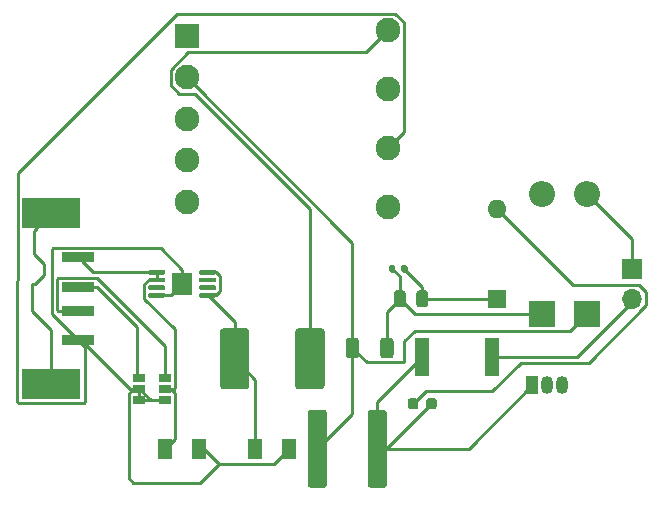
<source format=gbr>
%TF.GenerationSoftware,KiCad,Pcbnew,5.1.9*%
%TF.CreationDate,2021-02-27T11:03:33+05:30*%
%TF.ProjectId,charger,63686172-6765-4722-9e6b-696361645f70,rev?*%
%TF.SameCoordinates,Original*%
%TF.FileFunction,Copper,L1,Top*%
%TF.FilePolarity,Positive*%
%FSLAX46Y46*%
G04 Gerber Fmt 4.6, Leading zero omitted, Abs format (unit mm)*
G04 Created by KiCad (PCBNEW 5.1.9) date 2021-02-27 11:03:33*
%MOMM*%
%LPD*%
G01*
G04 APERTURE LIST*
%TA.AperFunction,ComponentPad*%
%ADD10C,2.095500*%
%TD*%
%TA.AperFunction,ComponentPad*%
%ADD11R,2.095500X2.095500*%
%TD*%
%TA.AperFunction,SMDPad,CuDef*%
%ADD12R,1.250000X1.820000*%
%TD*%
%TA.AperFunction,SMDPad,CuDef*%
%ADD13R,1.680000X1.880000*%
%TD*%
%TA.AperFunction,SMDPad,CuDef*%
%ADD14R,5.000000X2.500000*%
%TD*%
%TA.AperFunction,SMDPad,CuDef*%
%ADD15R,2.800000X0.900000*%
%TD*%
%TA.AperFunction,SMDPad,CuDef*%
%ADD16R,1.260000X3.310000*%
%TD*%
%TA.AperFunction,SMDPad,CuDef*%
%ADD17R,1.060000X0.650000*%
%TD*%
%TA.AperFunction,ComponentPad*%
%ADD18R,1.050000X1.500000*%
%TD*%
%TA.AperFunction,ComponentPad*%
%ADD19O,1.050000X1.500000*%
%TD*%
%TA.AperFunction,ComponentPad*%
%ADD20O,1.700000X1.700000*%
%TD*%
%TA.AperFunction,ComponentPad*%
%ADD21R,1.700000X1.700000*%
%TD*%
%TA.AperFunction,ComponentPad*%
%ADD22O,1.600000X1.600000*%
%TD*%
%TA.AperFunction,ComponentPad*%
%ADD23R,1.600000X1.600000*%
%TD*%
%TA.AperFunction,ComponentPad*%
%ADD24O,2.200000X2.200000*%
%TD*%
%TA.AperFunction,ComponentPad*%
%ADD25R,2.200000X2.200000*%
%TD*%
%TA.AperFunction,Conductor*%
%ADD26C,0.250000*%
%TD*%
G04 APERTURE END LIST*
D10*
%TO.P,T1,6*%
%TO.N,Net-(T1-Pad6)*%
X148196300Y-77355700D03*
%TO.P,T1,7*%
%TO.N,Net-(C4-Pad2)*%
X148196300Y-72351900D03*
%TO.P,T1,8*%
%TO.N,Net-(T1-Pad8)*%
X148196300Y-67348100D03*
%TO.P,T1,9*%
%TO.N,Net-(D4-Pad2)*%
X148196300Y-62344300D03*
%TO.P,T1,5*%
%TO.N,Net-(Q1-Pad3)*%
X131203700Y-76860400D03*
%TO.P,T1,4*%
%TO.N,Net-(C1-Pad2)*%
X131203700Y-73355200D03*
%TO.P,T1,3*%
%TO.N,N/C*%
X131203700Y-69850000D03*
%TO.P,T1,2*%
%TO.N,Net-(C1-Pad1)*%
X131203700Y-66344800D03*
D11*
%TO.P,T1,1*%
%TO.N,Net-(C2-Pad2)*%
X131203700Y-62839600D03*
%TD*%
D12*
%TO.P,C5,2*%
%TO.N,Net-(C4-Pad2)*%
X132240000Y-97790000D03*
%TO.P,C5,1*%
%TO.N,Net-(C5-Pad1)*%
X129380000Y-97790000D03*
%TD*%
D13*
%TO.P,U2,9*%
%TO.N,Net-(C4-Pad2)*%
X130810000Y-83820000D03*
%TO.P,U2,8*%
%TO.N,Net-(C4-Pad1)*%
%TA.AperFunction,SMDPad,CuDef*%
G36*
G01*
X132235000Y-82945000D02*
X132235000Y-82745000D01*
G75*
G02*
X132335000Y-82645000I100000J0D01*
G01*
X133585000Y-82645000D01*
G75*
G02*
X133685000Y-82745000I0J-100000D01*
G01*
X133685000Y-82945000D01*
G75*
G02*
X133585000Y-83045000I-100000J0D01*
G01*
X132335000Y-83045000D01*
G75*
G02*
X132235000Y-82945000I0J100000D01*
G01*
G37*
%TD.AperFunction*%
%TO.P,U2,7*%
%TO.N,Net-(U2-Pad7)*%
%TA.AperFunction,SMDPad,CuDef*%
G36*
G01*
X132235000Y-83595000D02*
X132235000Y-83395000D01*
G75*
G02*
X132335000Y-83295000I100000J0D01*
G01*
X133585000Y-83295000D01*
G75*
G02*
X133685000Y-83395000I0J-100000D01*
G01*
X133685000Y-83595000D01*
G75*
G02*
X133585000Y-83695000I-100000J0D01*
G01*
X132335000Y-83695000D01*
G75*
G02*
X132235000Y-83595000I0J100000D01*
G01*
G37*
%TD.AperFunction*%
%TO.P,U2,6*%
%TO.N,Net-(U2-Pad6)*%
%TA.AperFunction,SMDPad,CuDef*%
G36*
G01*
X132235000Y-84245000D02*
X132235000Y-84045000D01*
G75*
G02*
X132335000Y-83945000I100000J0D01*
G01*
X133585000Y-83945000D01*
G75*
G02*
X133685000Y-84045000I0J-100000D01*
G01*
X133685000Y-84245000D01*
G75*
G02*
X133585000Y-84345000I-100000J0D01*
G01*
X132335000Y-84345000D01*
G75*
G02*
X132235000Y-84245000I0J100000D01*
G01*
G37*
%TD.AperFunction*%
%TO.P,U2,5*%
%TO.N,Net-(C4-Pad1)*%
%TA.AperFunction,SMDPad,CuDef*%
G36*
G01*
X132235000Y-84895000D02*
X132235000Y-84695000D01*
G75*
G02*
X132335000Y-84595000I100000J0D01*
G01*
X133585000Y-84595000D01*
G75*
G02*
X133685000Y-84695000I0J-100000D01*
G01*
X133685000Y-84895000D01*
G75*
G02*
X133585000Y-84995000I-100000J0D01*
G01*
X132335000Y-84995000D01*
G75*
G02*
X132235000Y-84895000I0J100000D01*
G01*
G37*
%TD.AperFunction*%
%TO.P,U2,4*%
%TO.N,Net-(C4-Pad2)*%
%TA.AperFunction,SMDPad,CuDef*%
G36*
G01*
X127935000Y-84895000D02*
X127935000Y-84695000D01*
G75*
G02*
X128035000Y-84595000I100000J0D01*
G01*
X129285000Y-84595000D01*
G75*
G02*
X129385000Y-84695000I0J-100000D01*
G01*
X129385000Y-84895000D01*
G75*
G02*
X129285000Y-84995000I-100000J0D01*
G01*
X128035000Y-84995000D01*
G75*
G02*
X127935000Y-84895000I0J100000D01*
G01*
G37*
%TD.AperFunction*%
%TO.P,U2,3*%
%TO.N,Net-(U2-Pad3)*%
%TA.AperFunction,SMDPad,CuDef*%
G36*
G01*
X127935000Y-84245000D02*
X127935000Y-84045000D01*
G75*
G02*
X128035000Y-83945000I100000J0D01*
G01*
X129285000Y-83945000D01*
G75*
G02*
X129385000Y-84045000I0J-100000D01*
G01*
X129385000Y-84245000D01*
G75*
G02*
X129285000Y-84345000I-100000J0D01*
G01*
X128035000Y-84345000D01*
G75*
G02*
X127935000Y-84245000I0J100000D01*
G01*
G37*
%TD.AperFunction*%
%TO.P,U2,2*%
%TO.N,Net-(C5-Pad1)*%
%TA.AperFunction,SMDPad,CuDef*%
G36*
G01*
X127935000Y-83595000D02*
X127935000Y-83395000D01*
G75*
G02*
X128035000Y-83295000I100000J0D01*
G01*
X129285000Y-83295000D01*
G75*
G02*
X129385000Y-83395000I0J-100000D01*
G01*
X129385000Y-83595000D01*
G75*
G02*
X129285000Y-83695000I-100000J0D01*
G01*
X128035000Y-83695000D01*
G75*
G02*
X127935000Y-83595000I0J100000D01*
G01*
G37*
%TD.AperFunction*%
%TO.P,U2,1*%
%TA.AperFunction,SMDPad,CuDef*%
G36*
G01*
X127935000Y-82945000D02*
X127935000Y-82745000D01*
G75*
G02*
X128035000Y-82645000I100000J0D01*
G01*
X129285000Y-82645000D01*
G75*
G02*
X129385000Y-82745000I0J-100000D01*
G01*
X129385000Y-82945000D01*
G75*
G02*
X129285000Y-83045000I-100000J0D01*
G01*
X128035000Y-83045000D01*
G75*
G02*
X127935000Y-82945000I0J100000D01*
G01*
G37*
%TD.AperFunction*%
%TD*%
D12*
%TO.P,C4,2*%
%TO.N,Net-(C4-Pad2)*%
X139860000Y-97790000D03*
%TO.P,C4,1*%
%TO.N,Net-(C4-Pad1)*%
X137000000Y-97790000D03*
%TD*%
D14*
%TO.P,J1,S2*%
%TO.N,Net-(J1-PadS1)*%
X119710000Y-92340000D03*
%TO.P,J1,S1*%
X119710000Y-77840000D03*
D15*
%TO.P,J1,03*%
%TO.N,Net-(J1-Pad03)*%
X121960000Y-86090000D03*
%TO.P,J1,01*%
%TO.N,Net-(C5-Pad1)*%
X121960000Y-81590000D03*
%TO.P,J1,02*%
%TO.N,Net-(J1-Pad02)*%
X121960000Y-84090000D03*
%TO.P,J1,04*%
%TO.N,Net-(C4-Pad2)*%
X121960000Y-88590000D03*
%TD*%
D16*
%TO.P,R1,2*%
%TO.N,Net-(P1-Pad2)*%
X157031000Y-90046000D03*
%TO.P,R1,1*%
%TO.N,Net-(C1-Pad2)*%
X151081000Y-90046000D03*
%TD*%
D17*
%TO.P,U1,5*%
%TO.N,Net-(C5-Pad1)*%
X129370000Y-92710000D03*
%TO.P,U1,6*%
%TO.N,Net-(J1-Pad03)*%
X129370000Y-91760000D03*
%TO.P,U1,4*%
%TO.N,Net-(C4-Pad2)*%
X129370000Y-93660000D03*
%TO.P,U1,3*%
X127170000Y-93660000D03*
%TO.P,U1,2*%
X127170000Y-92710000D03*
%TO.P,U1,1*%
%TO.N,Net-(J1-Pad02)*%
X127170000Y-91760000D03*
%TD*%
%TO.P,R3,2*%
%TO.N,Net-(C2-Pad1)*%
%TA.AperFunction,SMDPad,CuDef*%
G36*
G01*
X148860000Y-82365000D02*
X148860000Y-82735000D01*
G75*
G02*
X148725000Y-82870000I-135000J0D01*
G01*
X148455000Y-82870000D01*
G75*
G02*
X148320000Y-82735000I0J135000D01*
G01*
X148320000Y-82365000D01*
G75*
G02*
X148455000Y-82230000I135000J0D01*
G01*
X148725000Y-82230000D01*
G75*
G02*
X148860000Y-82365000I0J-135000D01*
G01*
G37*
%TD.AperFunction*%
%TO.P,R3,1*%
%TO.N,Net-(C2-Pad2)*%
%TA.AperFunction,SMDPad,CuDef*%
G36*
G01*
X149880000Y-82365000D02*
X149880000Y-82735000D01*
G75*
G02*
X149745000Y-82870000I-135000J0D01*
G01*
X149475000Y-82870000D01*
G75*
G02*
X149340000Y-82735000I0J135000D01*
G01*
X149340000Y-82365000D01*
G75*
G02*
X149475000Y-82230000I135000J0D01*
G01*
X149745000Y-82230000D01*
G75*
G02*
X149880000Y-82365000I0J-135000D01*
G01*
G37*
%TD.AperFunction*%
%TD*%
%TO.P,R2,2*%
%TO.N,Net-(C2-Pad1)*%
%TA.AperFunction,SMDPad,CuDef*%
G36*
G01*
X147570000Y-89885002D02*
X147570000Y-88634998D01*
G75*
G02*
X147819998Y-88385000I249998J0D01*
G01*
X148445002Y-88385000D01*
G75*
G02*
X148695000Y-88634998I0J-249998D01*
G01*
X148695000Y-89885002D01*
G75*
G02*
X148445002Y-90135000I-249998J0D01*
G01*
X147819998Y-90135000D01*
G75*
G02*
X147570000Y-89885002I0J249998D01*
G01*
G37*
%TD.AperFunction*%
%TO.P,R2,1*%
%TO.N,Net-(C1-Pad1)*%
%TA.AperFunction,SMDPad,CuDef*%
G36*
G01*
X144645000Y-89885002D02*
X144645000Y-88634998D01*
G75*
G02*
X144894998Y-88385000I249998J0D01*
G01*
X145520002Y-88385000D01*
G75*
G02*
X145770000Y-88634998I0J-249998D01*
G01*
X145770000Y-89885002D01*
G75*
G02*
X145520002Y-90135000I-249998J0D01*
G01*
X144894998Y-90135000D01*
G75*
G02*
X144645000Y-89885002I0J249998D01*
G01*
G37*
%TD.AperFunction*%
%TD*%
D18*
%TO.P,Q1,1*%
%TO.N,Net-(C1-Pad2)*%
X160420000Y-92420000D03*
D19*
%TO.P,Q1,3*%
%TO.N,Net-(Q1-Pad3)*%
X162960000Y-92420000D03*
%TO.P,Q1,2*%
%TO.N,Net-(C2-Pad1)*%
X161690000Y-92420000D03*
%TD*%
D20*
%TO.P,P1,2*%
%TO.N,Net-(P1-Pad2)*%
X168910000Y-85090000D03*
D21*
%TO.P,P1,1*%
%TO.N,Net-(D1-Pad2)*%
X168910000Y-82550000D03*
%TD*%
%TO.P,D4,2*%
%TO.N,Net-(D4-Pad2)*%
%TA.AperFunction,SMDPad,CuDef*%
G36*
G01*
X140380000Y-92495001D02*
X140380000Y-87844999D01*
G75*
G02*
X140629999Y-87595000I249999J0D01*
G01*
X142605001Y-87595000D01*
G75*
G02*
X142855000Y-87844999I0J-249999D01*
G01*
X142855000Y-92495001D01*
G75*
G02*
X142605001Y-92745000I-249999J0D01*
G01*
X140629999Y-92745000D01*
G75*
G02*
X140380000Y-92495001I0J249999D01*
G01*
G37*
%TD.AperFunction*%
%TO.P,D4,1*%
%TO.N,Net-(C4-Pad1)*%
%TA.AperFunction,SMDPad,CuDef*%
G36*
G01*
X134005000Y-92495001D02*
X134005000Y-87844999D01*
G75*
G02*
X134254999Y-87595000I249999J0D01*
G01*
X136230001Y-87595000D01*
G75*
G02*
X136480000Y-87844999I0J-249999D01*
G01*
X136480000Y-92495001D01*
G75*
G02*
X136230001Y-92745000I-249999J0D01*
G01*
X134254999Y-92745000D01*
G75*
G02*
X134005000Y-92495001I0J249999D01*
G01*
G37*
%TD.AperFunction*%
%TD*%
D22*
%TO.P,D3,2*%
%TO.N,Net-(C3-Pad1)*%
X157480000Y-77470000D03*
D23*
%TO.P,D3,1*%
%TO.N,Net-(C2-Pad2)*%
X157480000Y-85090000D03*
%TD*%
D24*
%TO.P,D2,2*%
%TO.N,Net-(C3-Pad1)*%
X161290000Y-76200000D03*
D25*
%TO.P,D2,1*%
%TO.N,Net-(C2-Pad1)*%
X161290000Y-86360000D03*
%TD*%
D24*
%TO.P,D1,2*%
%TO.N,Net-(D1-Pad2)*%
X165100000Y-76200000D03*
D25*
%TO.P,D1,1*%
%TO.N,Net-(C1-Pad1)*%
X165100000Y-86360000D03*
%TD*%
%TO.P,C3,2*%
%TO.N,Net-(C1-Pad2)*%
%TA.AperFunction,SMDPad,CuDef*%
G36*
G01*
X151455000Y-94230000D02*
X151455000Y-93730000D01*
G75*
G02*
X151680000Y-93505000I225000J0D01*
G01*
X152130000Y-93505000D01*
G75*
G02*
X152355000Y-93730000I0J-225000D01*
G01*
X152355000Y-94230000D01*
G75*
G02*
X152130000Y-94455000I-225000J0D01*
G01*
X151680000Y-94455000D01*
G75*
G02*
X151455000Y-94230000I0J225000D01*
G01*
G37*
%TD.AperFunction*%
%TO.P,C3,1*%
%TO.N,Net-(C3-Pad1)*%
%TA.AperFunction,SMDPad,CuDef*%
G36*
G01*
X149905000Y-94230000D02*
X149905000Y-93730000D01*
G75*
G02*
X150130000Y-93505000I225000J0D01*
G01*
X150580000Y-93505000D01*
G75*
G02*
X150805000Y-93730000I0J-225000D01*
G01*
X150805000Y-94230000D01*
G75*
G02*
X150580000Y-94455000I-225000J0D01*
G01*
X150130000Y-94455000D01*
G75*
G02*
X149905000Y-94230000I0J225000D01*
G01*
G37*
%TD.AperFunction*%
%TD*%
%TO.P,C2,2*%
%TO.N,Net-(C2-Pad2)*%
%TA.AperFunction,SMDPad,CuDef*%
G36*
G01*
X150630000Y-85565000D02*
X150630000Y-84615000D01*
G75*
G02*
X150880000Y-84365000I250000J0D01*
G01*
X151380000Y-84365000D01*
G75*
G02*
X151630000Y-84615000I0J-250000D01*
G01*
X151630000Y-85565000D01*
G75*
G02*
X151380000Y-85815000I-250000J0D01*
G01*
X150880000Y-85815000D01*
G75*
G02*
X150630000Y-85565000I0J250000D01*
G01*
G37*
%TD.AperFunction*%
%TO.P,C2,1*%
%TO.N,Net-(C2-Pad1)*%
%TA.AperFunction,SMDPad,CuDef*%
G36*
G01*
X148730000Y-85565000D02*
X148730000Y-84615000D01*
G75*
G02*
X148980000Y-84365000I250000J0D01*
G01*
X149480000Y-84365000D01*
G75*
G02*
X149730000Y-84615000I0J-250000D01*
G01*
X149730000Y-85565000D01*
G75*
G02*
X149480000Y-85815000I-250000J0D01*
G01*
X148980000Y-85815000D01*
G75*
G02*
X148730000Y-85565000I0J250000D01*
G01*
G37*
%TD.AperFunction*%
%TD*%
%TO.P,C1,2*%
%TO.N,Net-(C1-Pad2)*%
%TA.AperFunction,SMDPad,CuDef*%
G36*
G01*
X146505000Y-100840002D02*
X146505000Y-94739998D01*
G75*
G02*
X146754998Y-94490000I249998J0D01*
G01*
X147880002Y-94490000D01*
G75*
G02*
X148130000Y-94739998I0J-249998D01*
G01*
X148130000Y-100840002D01*
G75*
G02*
X147880002Y-101090000I-249998J0D01*
G01*
X146754998Y-101090000D01*
G75*
G02*
X146505000Y-100840002I0J249998D01*
G01*
G37*
%TD.AperFunction*%
%TO.P,C1,1*%
%TO.N,Net-(C1-Pad1)*%
%TA.AperFunction,SMDPad,CuDef*%
G36*
G01*
X141430000Y-100840002D02*
X141430000Y-94739998D01*
G75*
G02*
X141679998Y-94490000I249998J0D01*
G01*
X142805002Y-94490000D01*
G75*
G02*
X143055000Y-94739998I0J-249998D01*
G01*
X143055000Y-100840002D01*
G75*
G02*
X142805002Y-101090000I-249998J0D01*
G01*
X141679998Y-101090000D01*
G75*
G02*
X141430000Y-100840002I0J249998D01*
G01*
G37*
%TD.AperFunction*%
%TD*%
D26*
%TO.N,Net-(C1-Pad2)*%
X147317500Y-93809500D02*
X151081000Y-90046000D01*
X147317500Y-97790000D02*
X147317500Y-93809500D01*
X155050000Y-97790000D02*
X160420000Y-92420000D01*
X147317500Y-97790000D02*
X155050000Y-97790000D01*
X148095000Y-97790000D02*
X147317500Y-97790000D01*
X151905000Y-93980000D02*
X148095000Y-97790000D01*
%TO.N,Net-(C1-Pad1)*%
X145207500Y-94825000D02*
X142242500Y-97790000D01*
X145207500Y-89260000D02*
X145207500Y-94825000D01*
X145207500Y-80348600D02*
X131203700Y-66344800D01*
X145207500Y-89260000D02*
X145207500Y-80348600D01*
X146407510Y-90460010D02*
X149569990Y-90460010D01*
X145207500Y-89260000D02*
X146407510Y-90460010D01*
X163674999Y-87785001D02*
X165100000Y-86360000D01*
X150471997Y-87785001D02*
X163674999Y-87785001D01*
X149569990Y-88687008D02*
X150471997Y-87785001D01*
X149569990Y-90460010D02*
X149569990Y-88687008D01*
%TO.N,Net-(C2-Pad2)*%
X151130000Y-84070000D02*
X149610000Y-82550000D01*
X151130000Y-85090000D02*
X151130000Y-84070000D01*
X157480000Y-85090000D02*
X151130000Y-85090000D01*
%TO.N,Net-(C2-Pad1)*%
X148132500Y-86187500D02*
X149230000Y-85090000D01*
X148132500Y-89260000D02*
X148132500Y-86187500D01*
X149230000Y-83190000D02*
X148590000Y-82550000D01*
X149230000Y-85090000D02*
X149230000Y-83190000D01*
X150500000Y-86360000D02*
X149230000Y-85090000D01*
X161290000Y-86360000D02*
X150500000Y-86360000D01*
%TO.N,Net-(C3-Pad1)*%
X151405010Y-92929990D02*
X150355000Y-93980000D01*
X157017012Y-92929990D02*
X151405010Y-92929990D01*
X165242992Y-90496010D02*
X159450992Y-90496010D01*
X170085001Y-85654001D02*
X165242992Y-90496010D01*
X170085001Y-84525999D02*
X170085001Y-85654001D01*
X169474001Y-83914999D02*
X170085001Y-84525999D01*
X163924999Y-83914999D02*
X169474001Y-83914999D01*
X159450992Y-90496010D02*
X157017012Y-92929990D01*
X157480000Y-77470000D02*
X163924999Y-83914999D01*
%TO.N,Net-(C4-Pad2)*%
X126679998Y-92710000D02*
X127170000Y-92710000D01*
X126314999Y-100303189D02*
X126314999Y-93074999D01*
X132322490Y-100660010D02*
X126671820Y-100660010D01*
X126314999Y-93074999D02*
X126679998Y-92710000D01*
X126671820Y-100660010D02*
X126314999Y-100303189D01*
X133922500Y-99060000D02*
X132322490Y-100660010D01*
X122270000Y-88590000D02*
X121960000Y-88590000D01*
X126390000Y-92710000D02*
X122270000Y-88590000D01*
X127170000Y-92710000D02*
X126390000Y-92710000D01*
X149569051Y-61685379D02*
X149569051Y-70979149D01*
X130391249Y-60971549D02*
X148855221Y-60971549D01*
X116884999Y-74477799D02*
X130391249Y-60971549D01*
X116884999Y-83514999D02*
X116884999Y-74477799D01*
X149569051Y-70979149D02*
X148196300Y-72351900D01*
X116949999Y-93915001D02*
X116840000Y-93805002D01*
X122470001Y-93915001D02*
X116949999Y-93915001D01*
X116840000Y-83559998D02*
X116884999Y-83514999D01*
X116840000Y-93805002D02*
X116840000Y-83559998D01*
X122535001Y-93850001D02*
X122470001Y-93915001D01*
X122535001Y-89165001D02*
X122535001Y-93850001D01*
X148855221Y-60971549D02*
X149569051Y-61685379D01*
X121960000Y-88590000D02*
X122535001Y-89165001D01*
X128120000Y-93660000D02*
X129370000Y-93660000D01*
X127170000Y-92710000D02*
X128120000Y-93660000D01*
X129370000Y-93660000D02*
X127170000Y-93660000D01*
X127170000Y-93660000D02*
X127170000Y-92710000D01*
X132652500Y-97790000D02*
X133922500Y-99060000D01*
X132240000Y-97790000D02*
X132652500Y-97790000D01*
X138590000Y-99060000D02*
X139860000Y-97790000D01*
X133922500Y-99060000D02*
X138590000Y-99060000D01*
X119784989Y-86414989D02*
X119784989Y-80875011D01*
X121960000Y-88590000D02*
X119784989Y-86414989D01*
X130810000Y-82630000D02*
X130810000Y-83820000D01*
X128994999Y-80814999D02*
X130810000Y-82630000D01*
X119845001Y-80814999D02*
X128994999Y-80814999D01*
X119784989Y-80875011D02*
X119845001Y-80814999D01*
X129835000Y-84795000D02*
X130810000Y-83820000D01*
X128660000Y-84795000D02*
X129835000Y-84795000D01*
%TO.N,Net-(C4-Pad1)*%
X137000000Y-91927500D02*
X135242500Y-90170000D01*
X137000000Y-97790000D02*
X137000000Y-91927500D01*
X135242500Y-87077500D02*
X132960000Y-84795000D01*
X135242500Y-90170000D02*
X135242500Y-87077500D01*
X133685000Y-82845000D02*
X132960000Y-82845000D01*
X134010010Y-83170010D02*
X133685000Y-82845000D01*
X134010010Y-84469990D02*
X134010010Y-83170010D01*
X133685000Y-84795000D02*
X134010010Y-84469990D01*
X132960000Y-84795000D02*
X133685000Y-84795000D01*
%TO.N,Net-(D1-Pad2)*%
X168910000Y-80010000D02*
X165100000Y-76200000D01*
X168910000Y-82550000D02*
X168910000Y-80010000D01*
%TO.N,Net-(D4-Pad2)*%
X129830949Y-65685879D02*
X131304477Y-64212351D01*
X146328249Y-64212351D02*
X148196300Y-62344300D01*
X130544779Y-67717551D02*
X129830949Y-67003721D01*
X129830949Y-67003721D02*
X129830949Y-65685879D01*
X131862621Y-67717551D02*
X130544779Y-67717551D01*
X141617500Y-77472430D02*
X131862621Y-67717551D01*
X131304477Y-64212351D02*
X146328249Y-64212351D01*
X141617500Y-90170000D02*
X141617500Y-77472430D01*
%TO.N,Net-(P1-Pad2)*%
X168910000Y-85335002D02*
X168910000Y-85090000D01*
X164199002Y-90046000D02*
X168910000Y-85335002D01*
X157031000Y-90046000D02*
X164199002Y-90046000D01*
%TO.N,Net-(J1-PadS1)*%
X119710000Y-92340000D02*
X119010000Y-92340000D01*
X119010000Y-92340000D02*
X118110000Y-91440000D01*
X119710000Y-87746998D02*
X118110000Y-86146998D01*
X119710000Y-92340000D02*
X119710000Y-87746998D01*
X118110000Y-86146998D02*
X118110000Y-83820000D01*
X119085001Y-82121999D02*
X118243002Y-81280000D01*
X119085001Y-83058001D02*
X119085001Y-82121999D01*
X118323002Y-83820000D02*
X119085001Y-83058001D01*
X118110000Y-83820000D02*
X118323002Y-83820000D01*
X118243002Y-79306998D02*
X119710000Y-77840000D01*
X118243002Y-81280000D02*
X118243002Y-79306998D01*
%TO.N,Net-(J1-Pad03)*%
X129370000Y-89064998D02*
X129370000Y-91760000D01*
X123620001Y-83314999D02*
X129370000Y-89064998D01*
X120299999Y-83314999D02*
X123620001Y-83314999D01*
X120310000Y-86090000D02*
X120234999Y-86014999D01*
X120234999Y-83379999D02*
X120299999Y-83314999D01*
X120234999Y-86014999D02*
X120234999Y-83379999D01*
X121960000Y-86090000D02*
X120310000Y-86090000D01*
%TO.N,Net-(J1-Pad02)*%
X121960000Y-84090000D02*
X121650000Y-84090000D01*
X123610000Y-84090000D02*
X127000000Y-87480000D01*
X121960000Y-84090000D02*
X123610000Y-84090000D01*
X127000000Y-91590000D02*
X127170000Y-91760000D01*
X127000000Y-87480000D02*
X127000000Y-91590000D01*
%TO.N,Net-(C5-Pad1)*%
X129860002Y-92710000D02*
X129370000Y-92710000D01*
X130225001Y-93074999D02*
X129860002Y-92710000D01*
X130225001Y-96944999D02*
X130225001Y-93074999D01*
X129380000Y-97790000D02*
X130225001Y-96944999D01*
X127983942Y-83495000D02*
X128660000Y-83495000D01*
X127609990Y-83868952D02*
X127983942Y-83495000D01*
X127609990Y-85071048D02*
X127609990Y-83868952D01*
X130225001Y-87686059D02*
X127609990Y-85071048D01*
X130225001Y-92634999D02*
X130225001Y-87686059D01*
X130150000Y-92710000D02*
X130225001Y-92634999D01*
X129370000Y-92710000D02*
X130150000Y-92710000D01*
X128660000Y-83495000D02*
X128660000Y-82845000D01*
X123215000Y-82845000D02*
X122278205Y-81908205D01*
X128660000Y-82845000D02*
X123215000Y-82845000D01*
%TD*%
M02*

</source>
